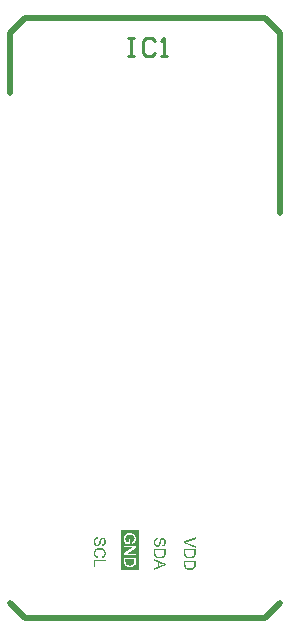
<source format=gto>
G04*
G04 #@! TF.GenerationSoftware,Altium Limited,CircuitMaker,2.2.1 (2.2.1.6)*
G04*
G04 Layer_Color=15132400*
%FSLAX25Y25*%
%MOIN*%
G70*
G04*
G04 #@! TF.SameCoordinates,C44E2A56-7628-4A00-ACF1-40A52C7EA1B0*
G04*
G04*
G04 #@! TF.FilePolarity,Positive*
G04*
G01*
G75*
%ADD10C,0.01968*%
%ADD11C,0.01000*%
G36*
X416920Y231418D02*
X414128Y230419D01*
X414123D01*
X414112Y230414D01*
X414095Y230408D01*
X414073Y230397D01*
X414039Y230391D01*
X414006Y230380D01*
X413923Y230352D01*
X413829Y230319D01*
X413723Y230286D01*
X413501Y230219D01*
X413507D01*
X413518Y230214D01*
X413534Y230208D01*
X413556Y230203D01*
X413618Y230186D01*
X413701Y230158D01*
X413795Y230131D01*
X413901Y230097D01*
X414012Y230058D01*
X414128Y230014D01*
X416920Y228971D01*
Y228454D01*
X413079Y229953D01*
Y230486D01*
X416920Y231973D01*
Y231418D01*
D02*
G37*
G36*
Y226518D02*
X416914Y226418D01*
X416909Y226307D01*
X416898Y226196D01*
X416881Y226085D01*
X416864Y225990D01*
Y225985D01*
X416859Y225974D01*
Y225957D01*
X416848Y225935D01*
X416831Y225874D01*
X416803Y225796D01*
X416764Y225707D01*
X416714Y225613D01*
X416659Y225518D01*
X416587Y225430D01*
X416581Y225424D01*
X416576Y225419D01*
X416559Y225402D01*
X416542Y225380D01*
X416487Y225324D01*
X416409Y225258D01*
X416315Y225185D01*
X416204Y225108D01*
X416076Y225036D01*
X415932Y224975D01*
X415926D01*
X415915Y224969D01*
X415893Y224958D01*
X415860Y224952D01*
X415821Y224936D01*
X415776Y224925D01*
X415727Y224914D01*
X415665Y224897D01*
X415604Y224880D01*
X415532Y224869D01*
X415377Y224841D01*
X415205Y224825D01*
X415016Y224819D01*
X415011D01*
X414999D01*
X414972D01*
X414944D01*
X414905Y224825D01*
X414861D01*
X414755Y224830D01*
X414633Y224847D01*
X414506Y224864D01*
X414372Y224891D01*
X414239Y224925D01*
X414234D01*
X414222Y224930D01*
X414206Y224936D01*
X414184Y224941D01*
X414123Y224963D01*
X414045Y224997D01*
X413956Y225030D01*
X413867Y225075D01*
X413773Y225130D01*
X413684Y225185D01*
X413673Y225191D01*
X413645Y225213D01*
X413607Y225247D01*
X413556Y225291D01*
X413501Y225341D01*
X413446Y225402D01*
X413384Y225463D01*
X413335Y225535D01*
X413329Y225546D01*
X413312Y225568D01*
X413290Y225607D01*
X413262Y225663D01*
X413229Y225729D01*
X413201Y225807D01*
X413168Y225896D01*
X413140Y225996D01*
Y226007D01*
X413135Y226024D01*
X413129Y226040D01*
X413124Y226096D01*
X413112Y226173D01*
X413101Y226262D01*
X413090Y226368D01*
X413085Y226484D01*
X413079Y226612D01*
Y227994D01*
X416920D01*
Y226518D01*
D02*
G37*
G36*
Y222644D02*
X416914Y222544D01*
X416909Y222433D01*
X416898Y222322D01*
X416881Y222211D01*
X416864Y222116D01*
Y222111D01*
X416859Y222100D01*
Y222083D01*
X416848Y222061D01*
X416831Y222000D01*
X416803Y221922D01*
X416764Y221833D01*
X416714Y221739D01*
X416659Y221645D01*
X416587Y221556D01*
X416581Y221550D01*
X416576Y221545D01*
X416559Y221528D01*
X416542Y221506D01*
X416487Y221450D01*
X416409Y221384D01*
X416315Y221312D01*
X416204Y221234D01*
X416076Y221162D01*
X415932Y221101D01*
X415926D01*
X415915Y221095D01*
X415893Y221084D01*
X415860Y221078D01*
X415821Y221062D01*
X415776Y221051D01*
X415727Y221040D01*
X415665Y221023D01*
X415604Y221006D01*
X415532Y220995D01*
X415377Y220968D01*
X415205Y220951D01*
X415016Y220945D01*
X415011D01*
X414999D01*
X414972D01*
X414944D01*
X414905Y220951D01*
X414861D01*
X414755Y220956D01*
X414633Y220973D01*
X414506Y220990D01*
X414372Y221017D01*
X414239Y221051D01*
X414234D01*
X414222Y221056D01*
X414206Y221062D01*
X414184Y221067D01*
X414123Y221090D01*
X414045Y221123D01*
X413956Y221156D01*
X413867Y221201D01*
X413773Y221256D01*
X413684Y221312D01*
X413673Y221317D01*
X413645Y221339D01*
X413607Y221373D01*
X413556Y221417D01*
X413501Y221467D01*
X413446Y221528D01*
X413384Y221589D01*
X413335Y221661D01*
X413329Y221672D01*
X413312Y221694D01*
X413290Y221733D01*
X413262Y221789D01*
X413229Y221855D01*
X413201Y221933D01*
X413168Y222022D01*
X413140Y222122D01*
Y222133D01*
X413135Y222150D01*
X413129Y222166D01*
X413124Y222222D01*
X413112Y222300D01*
X413101Y222388D01*
X413090Y222494D01*
X413085Y222610D01*
X413079Y222738D01*
Y224120D01*
X416920D01*
Y222644D01*
D02*
G37*
G36*
X404356Y231263D02*
X404350D01*
X404345D01*
X404328Y231257D01*
X404306D01*
X404256Y231246D01*
X404184Y231229D01*
X404111Y231207D01*
X404028Y231185D01*
X403951Y231146D01*
X403878Y231107D01*
X403873Y231102D01*
X403851Y231085D01*
X403812Y231057D01*
X403773Y231013D01*
X403723Y230958D01*
X403673Y230896D01*
X403623Y230813D01*
X403579Y230724D01*
Y230719D01*
X403573Y230713D01*
X403568Y230697D01*
X403562Y230680D01*
X403545Y230625D01*
X403523Y230552D01*
X403501Y230464D01*
X403484Y230364D01*
X403473Y230253D01*
X403468Y230131D01*
Y230081D01*
X403473Y230025D01*
X403479Y229959D01*
X403490Y229881D01*
X403501Y229792D01*
X403523Y229703D01*
X403551Y229620D01*
X403556Y229609D01*
X403568Y229581D01*
X403590Y229542D01*
X403612Y229492D01*
X403651Y229442D01*
X403690Y229387D01*
X403734Y229331D01*
X403790Y229287D01*
X403795Y229281D01*
X403817Y229270D01*
X403845Y229254D01*
X403890Y229231D01*
X403934Y229209D01*
X403989Y229193D01*
X404050Y229182D01*
X404117Y229176D01*
X404123D01*
X404150D01*
X404184Y229182D01*
X404228Y229187D01*
X404273Y229204D01*
X404328Y229220D01*
X404384Y229248D01*
X404433Y229287D01*
X404439Y229292D01*
X404456Y229309D01*
X404478Y229331D01*
X404511Y229370D01*
X404544Y229415D01*
X404583Y229476D01*
X404622Y229548D01*
X404655Y229631D01*
X404661Y229637D01*
X404667Y229664D01*
X404683Y229709D01*
X404689Y229736D01*
X404700Y229775D01*
X404716Y229814D01*
X404728Y229864D01*
X404744Y229920D01*
X404761Y229986D01*
X404777Y230053D01*
X404800Y230131D01*
X404822Y230219D01*
X404844Y230314D01*
Y230319D01*
X404850Y230336D01*
X404855Y230364D01*
X404866Y230397D01*
X404877Y230441D01*
X404888Y230491D01*
X404922Y230602D01*
X404961Y230724D01*
X404999Y230852D01*
X405038Y230963D01*
X405061Y231013D01*
X405083Y231057D01*
Y231063D01*
X405088Y231068D01*
X405111Y231102D01*
X405138Y231152D01*
X405183Y231207D01*
X405233Y231274D01*
X405294Y231340D01*
X405366Y231407D01*
X405443Y231463D01*
X405455Y231468D01*
X405482Y231485D01*
X405527Y231507D01*
X405582Y231529D01*
X405654Y231551D01*
X405738Y231574D01*
X405827Y231590D01*
X405921Y231596D01*
X405926D01*
X405932D01*
X405949D01*
X405971D01*
X406026Y231585D01*
X406098Y231574D01*
X406182Y231557D01*
X406276Y231529D01*
X406370Y231490D01*
X406465Y231435D01*
X406470D01*
X406476Y231429D01*
X406509Y231401D01*
X406554Y231363D01*
X406609Y231313D01*
X406670Y231246D01*
X406737Y231163D01*
X406798Y231063D01*
X406853Y230952D01*
Y230946D01*
X406859Y230935D01*
X406864Y230919D01*
X406875Y230896D01*
X406886Y230869D01*
X406898Y230830D01*
X406920Y230747D01*
X406942Y230641D01*
X406964Y230519D01*
X406981Y230391D01*
X406986Y230247D01*
Y230175D01*
X406981Y230136D01*
Y230097D01*
X406970Y229992D01*
X406953Y229875D01*
X406925Y229753D01*
X406892Y229620D01*
X406848Y229498D01*
Y229492D01*
X406842Y229481D01*
X406831Y229465D01*
X406820Y229442D01*
X406792Y229387D01*
X406742Y229315D01*
X406687Y229231D01*
X406615Y229148D01*
X406531Y229070D01*
X406437Y228998D01*
X406431D01*
X406426Y228993D01*
X406409Y228982D01*
X406393Y228971D01*
X406337Y228943D01*
X406265Y228909D01*
X406176Y228871D01*
X406071Y228843D01*
X405960Y228815D01*
X405838Y228804D01*
X405799Y229292D01*
X405804D01*
X405815D01*
X405832Y229298D01*
X405860Y229304D01*
X405921Y229320D01*
X406004Y229342D01*
X406093Y229376D01*
X406182Y229426D01*
X406265Y229487D01*
X406343Y229564D01*
X406348Y229575D01*
X406370Y229603D01*
X406404Y229659D01*
X406437Y229731D01*
X406470Y229825D01*
X406504Y229936D01*
X406526Y230075D01*
X406531Y230230D01*
Y230308D01*
X406526Y230341D01*
X406520Y230386D01*
X406509Y230486D01*
X406487Y230597D01*
X406459Y230708D01*
X406415Y230813D01*
X406387Y230858D01*
X406359Y230902D01*
X406354Y230913D01*
X406331Y230935D01*
X406293Y230969D01*
X406248Y231002D01*
X406187Y231041D01*
X406121Y231074D01*
X406043Y231096D01*
X405954Y231107D01*
X405943D01*
X405921D01*
X405882Y231102D01*
X405838Y231091D01*
X405782Y231074D01*
X405727Y231046D01*
X405671Y231013D01*
X405616Y230963D01*
X405610Y230958D01*
X405593Y230930D01*
X405577Y230908D01*
X405566Y230885D01*
X405549Y230852D01*
X405527Y230813D01*
X405510Y230763D01*
X405488Y230708D01*
X405466Y230647D01*
X405438Y230574D01*
X405416Y230497D01*
X405388Y230408D01*
X405366Y230308D01*
X405338Y230197D01*
Y230192D01*
X405333Y230169D01*
X405327Y230136D01*
X405316Y230097D01*
X405305Y230047D01*
X405288Y229986D01*
X405271Y229925D01*
X405255Y229859D01*
X405216Y229714D01*
X405177Y229575D01*
X405155Y229509D01*
X405133Y229448D01*
X405116Y229392D01*
X405094Y229348D01*
Y229342D01*
X405088Y229331D01*
X405077Y229315D01*
X405066Y229292D01*
X405033Y229231D01*
X404988Y229159D01*
X404927Y229076D01*
X404861Y228993D01*
X404783Y228915D01*
X404700Y228849D01*
X404689Y228843D01*
X404661Y228821D01*
X404611Y228799D01*
X404544Y228765D01*
X404467Y228737D01*
X404372Y228710D01*
X404267Y228693D01*
X404156Y228688D01*
X404150D01*
X404145D01*
X404128D01*
X404106D01*
X404045Y228699D01*
X403967Y228710D01*
X403878Y228732D01*
X403784Y228760D01*
X403684Y228804D01*
X403579Y228865D01*
X403573D01*
X403568Y228871D01*
X403534Y228898D01*
X403484Y228937D01*
X403429Y228993D01*
X403362Y229065D01*
X403290Y229154D01*
X403224Y229254D01*
X403162Y229370D01*
Y229376D01*
X403157Y229387D01*
X403151Y229403D01*
X403140Y229426D01*
X403129Y229459D01*
X403113Y229498D01*
X403090Y229587D01*
X403063Y229692D01*
X403035Y229820D01*
X403018Y229959D01*
X403013Y230108D01*
Y230197D01*
X403018Y230241D01*
Y230292D01*
X403024Y230347D01*
X403029Y230414D01*
X403052Y230552D01*
X403074Y230697D01*
X403113Y230841D01*
X403162Y230980D01*
Y230985D01*
X403168Y230996D01*
X403179Y231013D01*
X403190Y231035D01*
X403224Y231102D01*
X403273Y231179D01*
X403340Y231268D01*
X403418Y231363D01*
X403512Y231451D01*
X403618Y231535D01*
X403623D01*
X403634Y231546D01*
X403651Y231551D01*
X403673Y231568D01*
X403701Y231579D01*
X403734Y231596D01*
X403817Y231635D01*
X403923Y231673D01*
X404039Y231707D01*
X404173Y231729D01*
X404311Y231740D01*
X404356Y231263D01*
D02*
G37*
G36*
X406920Y226512D02*
X406914Y226412D01*
X406909Y226301D01*
X406898Y226190D01*
X406881Y226079D01*
X406864Y225985D01*
Y225979D01*
X406859Y225968D01*
Y225951D01*
X406848Y225929D01*
X406831Y225868D01*
X406803Y225790D01*
X406764Y225702D01*
X406714Y225607D01*
X406659Y225513D01*
X406587Y225424D01*
X406581Y225419D01*
X406576Y225413D01*
X406559Y225396D01*
X406542Y225374D01*
X406487Y225319D01*
X406409Y225252D01*
X406315Y225180D01*
X406204Y225102D01*
X406076Y225030D01*
X405932Y224969D01*
X405926D01*
X405915Y224963D01*
X405893Y224952D01*
X405860Y224947D01*
X405821Y224930D01*
X405777Y224919D01*
X405727Y224908D01*
X405665Y224891D01*
X405605Y224875D01*
X405532Y224864D01*
X405377Y224836D01*
X405205Y224819D01*
X405016Y224814D01*
X405011D01*
X404999D01*
X404972D01*
X404944D01*
X404905Y224819D01*
X404861D01*
X404755Y224825D01*
X404633Y224841D01*
X404506Y224858D01*
X404372Y224886D01*
X404239Y224919D01*
X404234D01*
X404222Y224925D01*
X404206Y224930D01*
X404184Y224936D01*
X404123Y224958D01*
X404045Y224991D01*
X403956Y225025D01*
X403867Y225069D01*
X403773Y225124D01*
X403684Y225180D01*
X403673Y225185D01*
X403645Y225208D01*
X403607Y225241D01*
X403556Y225285D01*
X403501Y225335D01*
X403445Y225396D01*
X403384Y225457D01*
X403335Y225530D01*
X403329Y225541D01*
X403312Y225563D01*
X403290Y225602D01*
X403262Y225657D01*
X403229Y225724D01*
X403201Y225801D01*
X403168Y225890D01*
X403140Y225990D01*
Y226001D01*
X403135Y226018D01*
X403129Y226035D01*
X403124Y226090D01*
X403113Y226168D01*
X403101Y226257D01*
X403090Y226362D01*
X403085Y226479D01*
X403079Y226606D01*
Y227988D01*
X406920D01*
Y226512D01*
D02*
G37*
G36*
Y223071D02*
Y222516D01*
X403079Y220945D01*
Y221522D01*
X404245Y221972D01*
Y223582D01*
X403079Y223998D01*
Y224536D01*
X406920Y223071D01*
D02*
G37*
G36*
X397971Y220945D02*
X392028D01*
Y234269D01*
X397971D01*
Y220945D01*
D02*
G37*
G36*
X384356Y231459D02*
X384350D01*
X384345D01*
X384328Y231453D01*
X384306D01*
X384256Y231442D01*
X384184Y231426D01*
X384112Y231403D01*
X384029Y231381D01*
X383951Y231342D01*
X383879Y231304D01*
X383873Y231298D01*
X383851Y231281D01*
X383812Y231254D01*
X383773Y231209D01*
X383723Y231154D01*
X383673Y231093D01*
X383623Y231009D01*
X383579Y230921D01*
Y230915D01*
X383574Y230909D01*
X383568Y230893D01*
X383562Y230876D01*
X383546Y230821D01*
X383524Y230749D01*
X383501Y230660D01*
X383485Y230560D01*
X383474Y230449D01*
X383468Y230327D01*
Y230277D01*
X383474Y230221D01*
X383479Y230155D01*
X383490Y230077D01*
X383501Y229988D01*
X383524Y229899D01*
X383551Y229816D01*
X383557Y229805D01*
X383568Y229777D01*
X383590Y229738D01*
X383612Y229688D01*
X383651Y229639D01*
X383690Y229583D01*
X383734Y229527D01*
X383790Y229483D01*
X383795Y229478D01*
X383818Y229466D01*
X383845Y229450D01*
X383890Y229428D01*
X383934Y229405D01*
X383990Y229389D01*
X384051Y229378D01*
X384117Y229372D01*
X384123D01*
X384151D01*
X384184Y229378D01*
X384228Y229383D01*
X384273Y229400D01*
X384328Y229416D01*
X384384Y229444D01*
X384434Y229483D01*
X384439Y229489D01*
X384456Y229505D01*
X384478Y229527D01*
X384511Y229566D01*
X384545Y229611D01*
X384584Y229672D01*
X384622Y229744D01*
X384656Y229827D01*
X384661Y229833D01*
X384667Y229860D01*
X384683Y229905D01*
X384689Y229933D01*
X384700Y229972D01*
X384717Y230010D01*
X384728Y230060D01*
X384745Y230116D01*
X384761Y230182D01*
X384778Y230249D01*
X384800Y230327D01*
X384822Y230416D01*
X384844Y230510D01*
Y230515D01*
X384850Y230532D01*
X384856Y230560D01*
X384867Y230593D01*
X384878Y230638D01*
X384889Y230687D01*
X384922Y230798D01*
X384961Y230921D01*
X385000Y231048D01*
X385039Y231159D01*
X385061Y231209D01*
X385083Y231254D01*
Y231259D01*
X385089Y231265D01*
X385111Y231298D01*
X385139Y231348D01*
X385183Y231403D01*
X385233Y231470D01*
X385294Y231537D01*
X385366Y231603D01*
X385444Y231659D01*
X385455Y231664D01*
X385483Y231681D01*
X385527Y231703D01*
X385583Y231725D01*
X385655Y231748D01*
X385738Y231770D01*
X385827Y231786D01*
X385921Y231792D01*
X385927D01*
X385932D01*
X385949D01*
X385971D01*
X386027Y231781D01*
X386099Y231770D01*
X386182Y231753D01*
X386276Y231725D01*
X386371Y231686D01*
X386465Y231631D01*
X386471D01*
X386476Y231625D01*
X386509Y231598D01*
X386554Y231559D01*
X386609Y231509D01*
X386670Y231442D01*
X386737Y231359D01*
X386798Y231259D01*
X386854Y231148D01*
Y231142D01*
X386859Y231131D01*
X386865Y231115D01*
X386876Y231093D01*
X386887Y231065D01*
X386898Y231026D01*
X386920Y230943D01*
X386942Y230837D01*
X386965Y230715D01*
X386981Y230588D01*
X386987Y230443D01*
Y230371D01*
X386981Y230332D01*
Y230293D01*
X386970Y230188D01*
X386953Y230071D01*
X386926Y229949D01*
X386892Y229816D01*
X386848Y229694D01*
Y229688D01*
X386842Y229677D01*
X386831Y229661D01*
X386820Y229639D01*
X386792Y229583D01*
X386742Y229511D01*
X386687Y229428D01*
X386615Y229344D01*
X386532Y229267D01*
X386437Y229194D01*
X386432D01*
X386426Y229189D01*
X386409Y229178D01*
X386393Y229167D01*
X386337Y229139D01*
X386265Y229106D01*
X386176Y229067D01*
X386071Y229039D01*
X385960Y229011D01*
X385838Y229000D01*
X385799Y229489D01*
X385805D01*
X385816D01*
X385832Y229494D01*
X385860Y229500D01*
X385921Y229516D01*
X386004Y229539D01*
X386093Y229572D01*
X386182Y229622D01*
X386265Y229683D01*
X386343Y229761D01*
X386349Y229772D01*
X386371Y229799D01*
X386404Y229855D01*
X386437Y229927D01*
X386471Y230021D01*
X386504Y230132D01*
X386526Y230271D01*
X386532Y230427D01*
Y230504D01*
X386526Y230538D01*
X386521Y230582D01*
X386509Y230682D01*
X386487Y230793D01*
X386459Y230904D01*
X386415Y231009D01*
X386387Y231054D01*
X386360Y231098D01*
X386354Y231109D01*
X386332Y231131D01*
X386293Y231165D01*
X386249Y231198D01*
X386188Y231237D01*
X386121Y231270D01*
X386043Y231292D01*
X385954Y231304D01*
X385943D01*
X385921D01*
X385882Y231298D01*
X385838Y231287D01*
X385782Y231270D01*
X385727Y231242D01*
X385671Y231209D01*
X385616Y231159D01*
X385610Y231154D01*
X385594Y231126D01*
X385577Y231104D01*
X385566Y231082D01*
X385549Y231048D01*
X385527Y231009D01*
X385510Y230959D01*
X385488Y230904D01*
X385466Y230843D01*
X385438Y230771D01*
X385416Y230693D01*
X385388Y230604D01*
X385366Y230504D01*
X385338Y230393D01*
Y230388D01*
X385333Y230365D01*
X385327Y230332D01*
X385316Y230293D01*
X385305Y230243D01*
X385288Y230182D01*
X385272Y230121D01*
X385255Y230055D01*
X385216Y229910D01*
X385177Y229772D01*
X385155Y229705D01*
X385133Y229644D01*
X385116Y229589D01*
X385094Y229544D01*
Y229539D01*
X385089Y229527D01*
X385078Y229511D01*
X385066Y229489D01*
X385033Y229428D01*
X384989Y229355D01*
X384928Y229272D01*
X384861Y229189D01*
X384783Y229111D01*
X384700Y229045D01*
X384689Y229039D01*
X384661Y229017D01*
X384611Y228995D01*
X384545Y228961D01*
X384467Y228934D01*
X384373Y228906D01*
X384267Y228889D01*
X384156Y228884D01*
X384151D01*
X384145D01*
X384128D01*
X384106D01*
X384045Y228895D01*
X383967Y228906D01*
X383879Y228928D01*
X383784Y228956D01*
X383684Y229000D01*
X383579Y229061D01*
X383574D01*
X383568Y229067D01*
X383535Y229095D01*
X383485Y229133D01*
X383429Y229189D01*
X383363Y229261D01*
X383290Y229350D01*
X383224Y229450D01*
X383163Y229566D01*
Y229572D01*
X383157Y229583D01*
X383152Y229600D01*
X383141Y229622D01*
X383130Y229655D01*
X383113Y229694D01*
X383091Y229783D01*
X383063Y229888D01*
X383035Y230016D01*
X383018Y230155D01*
X383013Y230305D01*
Y230393D01*
X383018Y230438D01*
Y230488D01*
X383024Y230543D01*
X383030Y230610D01*
X383052Y230749D01*
X383074Y230893D01*
X383113Y231037D01*
X383163Y231176D01*
Y231181D01*
X383168Y231192D01*
X383179Y231209D01*
X383190Y231231D01*
X383224Y231298D01*
X383274Y231376D01*
X383340Y231464D01*
X383418Y231559D01*
X383512Y231648D01*
X383618Y231731D01*
X383623D01*
X383634Y231742D01*
X383651Y231748D01*
X383673Y231764D01*
X383701Y231775D01*
X383734Y231792D01*
X383818Y231831D01*
X383923Y231870D01*
X384040Y231903D01*
X384173Y231925D01*
X384312Y231936D01*
X384356Y231459D01*
D02*
G37*
G36*
X385127Y228329D02*
X385183D01*
X385239Y228323D01*
X385311Y228318D01*
X385383Y228307D01*
X385544Y228279D01*
X385721Y228240D01*
X385899Y228184D01*
X386071Y228107D01*
X386076Y228101D01*
X386093Y228096D01*
X386115Y228084D01*
X386143Y228062D01*
X386182Y228040D01*
X386226Y228012D01*
X386326Y227940D01*
X386437Y227846D01*
X386548Y227735D01*
X386659Y227607D01*
X386754Y227457D01*
X386759Y227452D01*
X386765Y227435D01*
X386776Y227413D01*
X386792Y227385D01*
X386809Y227341D01*
X386826Y227296D01*
X386848Y227241D01*
X386870Y227180D01*
X386892Y227113D01*
X386915Y227041D01*
X386948Y226886D01*
X386976Y226708D01*
X386987Y226525D01*
Y226469D01*
X386981Y226431D01*
X386976Y226381D01*
X386970Y226320D01*
X386965Y226258D01*
X386948Y226186D01*
X386915Y226037D01*
X386865Y225870D01*
X386831Y225787D01*
X386792Y225709D01*
X386742Y225631D01*
X386693Y225554D01*
X386687Y225548D01*
X386682Y225537D01*
X386665Y225515D01*
X386637Y225487D01*
X386609Y225459D01*
X386571Y225420D01*
X386526Y225382D01*
X386482Y225337D01*
X386426Y225293D01*
X386360Y225248D01*
X386293Y225199D01*
X386221Y225154D01*
X386138Y225115D01*
X386054Y225071D01*
X385965Y225038D01*
X385866Y225004D01*
X385749Y225504D01*
X385755D01*
X385766Y225509D01*
X385788Y225520D01*
X385816Y225532D01*
X385849Y225543D01*
X385893Y225559D01*
X385982Y225604D01*
X386082Y225659D01*
X386182Y225726D01*
X386276Y225809D01*
X386360Y225898D01*
X386371Y225909D01*
X386393Y225942D01*
X386421Y225998D01*
X386459Y226070D01*
X386493Y226164D01*
X386526Y226270D01*
X386548Y226397D01*
X386554Y226536D01*
Y226580D01*
X386548Y226608D01*
Y226647D01*
X386543Y226691D01*
X386526Y226797D01*
X386504Y226913D01*
X386465Y227035D01*
X386409Y227163D01*
X386337Y227280D01*
Y227285D01*
X386326Y227291D01*
X386298Y227330D01*
X386254Y227380D01*
X386188Y227441D01*
X386104Y227513D01*
X386010Y227579D01*
X385893Y227641D01*
X385766Y227696D01*
X385760D01*
X385749Y227701D01*
X385732Y227707D01*
X385705Y227713D01*
X385671Y227724D01*
X385632Y227735D01*
X385538Y227751D01*
X385427Y227774D01*
X385305Y227796D01*
X385172Y227807D01*
X385028Y227813D01*
X385022D01*
X385005D01*
X384978D01*
X384944D01*
X384906Y227807D01*
X384856D01*
X384800Y227801D01*
X384739Y227796D01*
X384606Y227779D01*
X384461Y227751D01*
X384317Y227718D01*
X384173Y227674D01*
X384167D01*
X384156Y227668D01*
X384140Y227657D01*
X384112Y227646D01*
X384045Y227613D01*
X383967Y227563D01*
X383879Y227502D01*
X383784Y227424D01*
X383701Y227335D01*
X383623Y227230D01*
Y227224D01*
X383618Y227213D01*
X383607Y227197D01*
X383596Y227174D01*
X383585Y227147D01*
X383568Y227113D01*
X383535Y227035D01*
X383501Y226936D01*
X383474Y226825D01*
X383451Y226702D01*
X383446Y226575D01*
Y226536D01*
X383451Y226503D01*
Y226464D01*
X383457Y226425D01*
X383479Y226325D01*
X383507Y226209D01*
X383551Y226092D01*
X383612Y225970D01*
X383646Y225909D01*
X383690Y225853D01*
X383696Y225848D01*
X383701Y225842D01*
X383718Y225826D01*
X383734Y225803D01*
X383762Y225781D01*
X383795Y225753D01*
X383829Y225720D01*
X383873Y225692D01*
X383923Y225659D01*
X383979Y225620D01*
X384034Y225587D01*
X384101Y225554D01*
X384173Y225526D01*
X384251Y225498D01*
X384334Y225470D01*
X384423Y225448D01*
X384295Y224938D01*
X384289D01*
X384267Y224943D01*
X384234Y224954D01*
X384190Y224971D01*
X384140Y224988D01*
X384079Y225010D01*
X384012Y225038D01*
X383940Y225071D01*
X383784Y225149D01*
X383629Y225248D01*
X383551Y225309D01*
X383474Y225371D01*
X383407Y225437D01*
X383340Y225515D01*
X383335Y225520D01*
X383324Y225532D01*
X383313Y225559D01*
X383290Y225587D01*
X383263Y225631D01*
X383235Y225676D01*
X383207Y225737D01*
X383179Y225798D01*
X383146Y225870D01*
X383118Y225948D01*
X383091Y226031D01*
X383063Y226120D01*
X383041Y226214D01*
X383030Y226314D01*
X383018Y226419D01*
X383013Y226531D01*
Y226591D01*
X383018Y226636D01*
Y226686D01*
X383024Y226747D01*
X383035Y226814D01*
X383046Y226891D01*
X383074Y227052D01*
X383118Y227219D01*
X383179Y227385D01*
X383218Y227463D01*
X383263Y227541D01*
X383268Y227546D01*
X383274Y227557D01*
X383290Y227579D01*
X383313Y227602D01*
X383335Y227635D01*
X383368Y227674D01*
X383407Y227718D01*
X383451Y227763D01*
X383501Y227807D01*
X383551Y227857D01*
X383679Y227957D01*
X383829Y228051D01*
X383995Y228134D01*
X384001D01*
X384017Y228146D01*
X384045Y228151D01*
X384079Y228168D01*
X384123Y228179D01*
X384178Y228196D01*
X384240Y228218D01*
X384306Y228234D01*
X384378Y228251D01*
X384461Y228273D01*
X384633Y228301D01*
X384828Y228323D01*
X385028Y228334D01*
X385033D01*
X385055D01*
X385089D01*
X385127Y228329D01*
D02*
G37*
G36*
X386920Y223822D02*
X383535D01*
Y221930D01*
X383080D01*
Y224333D01*
X386920D01*
Y223822D01*
D02*
G37*
%LPC*%
G36*
X416465Y227483D02*
X413534D01*
Y226573D01*
X413540Y226534D01*
X413545Y226451D01*
X413551Y226357D01*
X413562Y226257D01*
X413579Y226157D01*
X413601Y226074D01*
X413607Y226062D01*
X413612Y226035D01*
X413629Y225996D01*
X413651Y225946D01*
X413684Y225890D01*
X413718Y225835D01*
X413756Y225779D01*
X413801Y225724D01*
X413812Y225718D01*
X413834Y225696D01*
X413873Y225663D01*
X413928Y225624D01*
X414001Y225580D01*
X414084Y225530D01*
X414178Y225485D01*
X414284Y225446D01*
X414289D01*
X414300Y225441D01*
X414317Y225435D01*
X414339Y225430D01*
X414367Y225424D01*
X414406Y225413D01*
X414444Y225402D01*
X414489Y225391D01*
X414600Y225374D01*
X414728Y225358D01*
X414872Y225346D01*
X415027Y225341D01*
X415033D01*
X415055D01*
X415083D01*
X415127Y225346D01*
X415177D01*
X415233Y225352D01*
X415299Y225358D01*
X415366Y225363D01*
X415516Y225391D01*
X415671Y225424D01*
X415815Y225474D01*
X415887Y225507D01*
X415949Y225541D01*
X415954D01*
X415965Y225552D01*
X415982Y225563D01*
X416004Y225574D01*
X416060Y225618D01*
X416126Y225674D01*
X416198Y225746D01*
X416270Y225829D01*
X416331Y225924D01*
X416382Y226024D01*
X416387Y226035D01*
X416393Y226062D01*
X416409Y226112D01*
X416426Y226185D01*
X416437Y226273D01*
X416454Y226384D01*
X416459Y226451D01*
Y226523D01*
X416465Y226595D01*
Y227483D01*
D02*
G37*
G36*
Y223609D02*
X413534D01*
Y222699D01*
X413540Y222660D01*
X413545Y222577D01*
X413551Y222483D01*
X413562Y222383D01*
X413579Y222283D01*
X413601Y222200D01*
X413607Y222188D01*
X413612Y222161D01*
X413629Y222122D01*
X413651Y222072D01*
X413684Y222016D01*
X413718Y221961D01*
X413756Y221905D01*
X413801Y221850D01*
X413812Y221844D01*
X413834Y221822D01*
X413873Y221789D01*
X413928Y221750D01*
X414001Y221706D01*
X414084Y221656D01*
X414178Y221611D01*
X414284Y221572D01*
X414289D01*
X414300Y221567D01*
X414317Y221561D01*
X414339Y221556D01*
X414367Y221550D01*
X414406Y221539D01*
X414444Y221528D01*
X414489Y221517D01*
X414600Y221500D01*
X414728Y221484D01*
X414872Y221473D01*
X415027Y221467D01*
X415033D01*
X415055D01*
X415083D01*
X415127Y221473D01*
X415177D01*
X415233Y221478D01*
X415299Y221484D01*
X415366Y221489D01*
X415516Y221517D01*
X415671Y221550D01*
X415815Y221600D01*
X415887Y221634D01*
X415949Y221667D01*
X415954D01*
X415965Y221678D01*
X415982Y221689D01*
X416004Y221700D01*
X416060Y221744D01*
X416126Y221800D01*
X416198Y221872D01*
X416270Y221955D01*
X416331Y222050D01*
X416382Y222150D01*
X416387Y222161D01*
X416393Y222188D01*
X416409Y222238D01*
X416426Y222311D01*
X416437Y222399D01*
X416454Y222510D01*
X416459Y222577D01*
Y222649D01*
X416465Y222721D01*
Y223609D01*
D02*
G37*
G36*
X406465Y227478D02*
X403534D01*
Y226567D01*
X403540Y226529D01*
X403545Y226445D01*
X403551Y226351D01*
X403562Y226251D01*
X403579Y226151D01*
X403601Y226068D01*
X403607Y226057D01*
X403612Y226029D01*
X403629Y225990D01*
X403651Y225940D01*
X403684Y225885D01*
X403718Y225829D01*
X403756Y225774D01*
X403801Y225718D01*
X403812Y225713D01*
X403834Y225691D01*
X403873Y225657D01*
X403928Y225618D01*
X404001Y225574D01*
X404084Y225524D01*
X404178Y225480D01*
X404284Y225441D01*
X404289D01*
X404300Y225435D01*
X404317Y225430D01*
X404339Y225424D01*
X404367Y225419D01*
X404406Y225408D01*
X404445Y225396D01*
X404489Y225385D01*
X404600Y225369D01*
X404728Y225352D01*
X404872Y225341D01*
X405027Y225335D01*
X405033D01*
X405055D01*
X405083D01*
X405127Y225341D01*
X405177D01*
X405233Y225346D01*
X405299Y225352D01*
X405366Y225358D01*
X405516Y225385D01*
X405671Y225419D01*
X405815Y225468D01*
X405888Y225502D01*
X405949Y225535D01*
X405954D01*
X405965Y225546D01*
X405982Y225557D01*
X406004Y225568D01*
X406060Y225613D01*
X406126Y225668D01*
X406198Y225741D01*
X406271Y225824D01*
X406331Y225918D01*
X406382Y226018D01*
X406387Y226029D01*
X406393Y226057D01*
X406409Y226107D01*
X406426Y226179D01*
X406437Y226268D01*
X406454Y226379D01*
X406459Y226445D01*
Y226518D01*
X406465Y226590D01*
Y227478D01*
D02*
G37*
G36*
X404661Y223432D02*
Y222133D01*
X405716Y222533D01*
X405721D01*
X405738Y222538D01*
X405765Y222549D01*
X405799Y222560D01*
X405838Y222577D01*
X405888Y222594D01*
X405943Y222610D01*
X405999Y222633D01*
X406126Y222677D01*
X406259Y222721D01*
X406393Y222766D01*
X406520Y222804D01*
X406515D01*
X406504Y222810D01*
X406481D01*
X406459Y222821D01*
X406420Y222827D01*
X406382Y222838D01*
X406287Y222860D01*
X406176Y222888D01*
X406054Y222927D01*
X405921Y222966D01*
X405782Y223015D01*
X404661Y223432D01*
D02*
G37*
G36*
X396987Y233285D02*
X393013D01*
X394977D01*
X394772Y233274D01*
X394578Y233246D01*
X394489Y233229D01*
X394406Y233213D01*
X394323Y233190D01*
X394250Y233168D01*
X394184Y233146D01*
X394128Y233124D01*
X394073Y233107D01*
X394034Y233091D01*
X393995Y233074D01*
X393973Y233063D01*
X393956Y233052D01*
X393951D01*
X393790Y232952D01*
X393651Y232841D01*
X393529Y232724D01*
X393429Y232613D01*
X393351Y232508D01*
X393324Y232469D01*
X393296Y232430D01*
X393279Y232397D01*
X393263Y232375D01*
X393257Y232358D01*
X393251Y232352D01*
X393207Y232264D01*
X393174Y232175D01*
X393113Y231997D01*
X393074Y231825D01*
X393040Y231664D01*
X393035Y231592D01*
X393024Y231525D01*
X393018Y231464D01*
Y231415D01*
X393013Y231376D01*
Y231420D01*
Y231320D01*
X393018Y231165D01*
X393035Y231015D01*
X393063Y230876D01*
X393091Y230754D01*
X393102Y230704D01*
X393113Y230654D01*
X393129Y230610D01*
X393140Y230571D01*
X393151Y230543D01*
X393157Y230521D01*
X393163Y230510D01*
Y230504D01*
X393224Y230354D01*
X393296Y230216D01*
X393373Y230083D01*
X393446Y229966D01*
X393479Y229916D01*
X393512Y229866D01*
X393540Y229827D01*
X393562Y229794D01*
X393584Y229766D01*
X393601Y229744D01*
X393607Y229733D01*
X393612Y229727D01*
X393013D01*
X396987D01*
X395039D01*
Y231359D01*
X394583D01*
Y230227D01*
X393862D01*
X393806Y230293D01*
X393757Y230371D01*
X393712Y230454D01*
X393673Y230532D01*
X393640Y230599D01*
X393612Y230660D01*
X393601Y230682D01*
X393596Y230693D01*
X393590Y230704D01*
Y230710D01*
X393551Y230826D01*
X393518Y230943D01*
X393496Y231048D01*
X393484Y231148D01*
X393473Y231231D01*
Y231265D01*
X393468Y231298D01*
Y231353D01*
X393473Y231492D01*
X393496Y231625D01*
X393523Y231748D01*
X393551Y231858D01*
X393584Y231947D01*
X393596Y231986D01*
X393607Y232014D01*
X393618Y232042D01*
X393629Y232058D01*
X393634Y232069D01*
Y232075D01*
X393706Y232191D01*
X393784Y232297D01*
X393867Y232386D01*
X393951Y232458D01*
X394028Y232519D01*
X394090Y232558D01*
X394112Y232574D01*
X394128Y232580D01*
X394139Y232591D01*
X394145D01*
X394284Y232647D01*
X394428Y232691D01*
X394572Y232719D01*
X394711Y232741D01*
X394772Y232747D01*
X394828Y232752D01*
X394883Y232758D01*
X394928D01*
X394961Y232763D01*
X394989D01*
X395005D01*
X395011D01*
X395166Y232758D01*
X395305Y232741D01*
X395438Y232719D01*
X395555Y232691D01*
X395605Y232680D01*
X395649Y232663D01*
X395688Y232652D01*
X395721Y232641D01*
X395749Y232630D01*
X395766Y232624D01*
X395777Y232619D01*
X395782D01*
X395860Y232580D01*
X395932Y232541D01*
X395999Y232502D01*
X396054Y232463D01*
X396099Y232430D01*
X396137Y232402D01*
X396160Y232380D01*
X396165Y232375D01*
X396226Y232314D01*
X396282Y232247D01*
X396326Y232175D01*
X396371Y232108D01*
X396398Y232053D01*
X396426Y232008D01*
X396437Y231975D01*
X396443Y231964D01*
X396481Y231864D01*
X396509Y231764D01*
X396526Y231659D01*
X396543Y231564D01*
X396548Y231481D01*
Y231448D01*
X396554Y231420D01*
Y231359D01*
X396548Y231254D01*
X396537Y231154D01*
X396520Y231065D01*
X396504Y230987D01*
X396481Y230921D01*
X396465Y230871D01*
X396454Y230843D01*
X396448Y230832D01*
X396409Y230749D01*
X396365Y230676D01*
X396321Y230610D01*
X396276Y230560D01*
X396237Y230521D01*
X396210Y230488D01*
X396187Y230471D01*
X396182Y230465D01*
X396115Y230416D01*
X396038Y230377D01*
X395965Y230338D01*
X395888Y230305D01*
X395821Y230282D01*
X395771Y230266D01*
X395749Y230260D01*
X395732Y230255D01*
X395727Y230249D01*
X395721D01*
X395843Y229788D01*
X395982Y229827D01*
X396104Y229877D01*
X396215Y229927D01*
X396304Y229972D01*
X396376Y230016D01*
X396426Y230049D01*
X396459Y230071D01*
X396470Y230083D01*
X396559Y230160D01*
X396631Y230243D01*
X396698Y230332D01*
X396754Y230416D01*
X396792Y230493D01*
X396826Y230554D01*
X396837Y230576D01*
X396842Y230593D01*
X396848Y230604D01*
Y230610D01*
X396892Y230737D01*
X396925Y230871D01*
X396953Y230993D01*
X396970Y231109D01*
X396981Y231215D01*
Y231259D01*
X396987Y231292D01*
Y231470D01*
X396975Y231570D01*
X396948Y231764D01*
X396931Y231853D01*
X396909Y231936D01*
X396892Y232014D01*
X396870Y232086D01*
X396848Y232153D01*
X396826Y232208D01*
X396803Y232258D01*
X396787Y232302D01*
X396770Y232336D01*
X396759Y232358D01*
X396754Y232375D01*
X396748Y232380D01*
X396698Y232458D01*
X396648Y232536D01*
X396532Y232669D01*
X396415Y232785D01*
X396293Y232880D01*
X396187Y232957D01*
X396143Y232985D01*
X396099Y233007D01*
X396065Y233030D01*
X396043Y233041D01*
X396026Y233046D01*
X396021Y233052D01*
X395838Y233129D01*
X395655Y233185D01*
X395477Y233229D01*
X395394Y233240D01*
X395316Y233257D01*
X395244Y233263D01*
X395183Y233274D01*
X395122Y233279D01*
X395072D01*
X395033Y233285D01*
X396987D01*
D02*
G37*
G36*
X396920Y228984D02*
X393079D01*
Y228495D01*
X396093D01*
X393079Y226486D01*
Y225959D01*
X396920D01*
Y228984D01*
D02*
G37*
G36*
Y225104D02*
X393079D01*
Y223722D01*
X393085Y223594D01*
X393091Y223478D01*
X393102Y223373D01*
X393113Y223284D01*
X393124Y223206D01*
X393129Y223150D01*
X393135Y223134D01*
X393140Y223117D01*
Y223106D01*
X393168Y223006D01*
X393201Y222917D01*
X393229Y222840D01*
X393263Y222773D01*
X393290Y222718D01*
X393313Y222679D01*
X393329Y222657D01*
X393335Y222645D01*
X393385Y222573D01*
X393446Y222512D01*
X393501Y222451D01*
X393557Y222401D01*
X393607Y222357D01*
X393646Y222324D01*
X393673Y222301D01*
X393684Y222296D01*
X393773Y222240D01*
X393867Y222185D01*
X393956Y222140D01*
X394045Y222107D01*
X394123Y222074D01*
X394184Y222052D01*
X394206Y222046D01*
X394223Y222041D01*
X394234Y222035D01*
X394239D01*
X394373Y222002D01*
X394506Y221974D01*
X394633Y221957D01*
X394756Y221941D01*
X394861Y221935D01*
X394905D01*
X394944Y221930D01*
X393079D01*
X395016D01*
X395205Y221935D01*
X395377Y221952D01*
X395532Y221979D01*
X395605Y221991D01*
X395666Y222007D01*
X395727Y222024D01*
X395777Y222035D01*
X395821Y222046D01*
X395860Y222063D01*
X395893Y222068D01*
X395915Y222079D01*
X395926Y222085D01*
X395932D01*
X396076Y222146D01*
X396204Y222218D01*
X396315Y222296D01*
X396409Y222368D01*
X396487Y222435D01*
X396543Y222490D01*
X396559Y222512D01*
X396576Y222529D01*
X396581Y222534D01*
X396587Y222540D01*
X396659Y222629D01*
X396715Y222723D01*
X396765Y222817D01*
X396803Y222906D01*
X396831Y222984D01*
X396848Y223045D01*
X396859Y223067D01*
Y223084D01*
X396865Y223095D01*
Y223101D01*
X396881Y223195D01*
X396898Y223306D01*
X396909Y223417D01*
X396914Y223528D01*
X396920Y223628D01*
Y222462D01*
Y225104D01*
D02*
G37*
%LPD*%
G36*
Y226447D02*
X393901D01*
X396920Y228462D01*
Y226447D01*
D02*
G37*
G36*
X396465Y223706D02*
X396459Y223633D01*
Y223561D01*
X396454Y223495D01*
X396437Y223384D01*
X396426Y223295D01*
X396409Y223223D01*
X396393Y223173D01*
X396387Y223145D01*
X396382Y223134D01*
X396332Y223034D01*
X396271Y222940D01*
X396199Y222856D01*
X396126Y222784D01*
X396060Y222729D01*
X396004Y222684D01*
X395982Y222673D01*
X395965Y222662D01*
X395954Y222651D01*
X395949D01*
X395888Y222618D01*
X395815Y222584D01*
X395671Y222534D01*
X395516Y222501D01*
X395366Y222473D01*
X395299Y222468D01*
X395233Y222462D01*
X395177Y222457D01*
X395127D01*
X395083Y222451D01*
X395055D01*
X395033D01*
X395027D01*
X394872Y222457D01*
X394728Y222468D01*
X394600Y222484D01*
X394489Y222501D01*
X394445Y222512D01*
X394406Y222523D01*
X394367Y222534D01*
X394339Y222540D01*
X394317Y222546D01*
X394300Y222551D01*
X394289Y222557D01*
X394284D01*
X394178Y222596D01*
X394084Y222640D01*
X394001Y222690D01*
X393929Y222734D01*
X393873Y222773D01*
X393834Y222806D01*
X393812Y222829D01*
X393801Y222834D01*
X393757Y222890D01*
X393718Y222945D01*
X393684Y223001D01*
X393651Y223056D01*
X393629Y223106D01*
X393612Y223145D01*
X393607Y223173D01*
X393601Y223184D01*
X393579Y223267D01*
X393562Y223367D01*
X393551Y223467D01*
X393546Y223561D01*
X393540Y223644D01*
X393534Y223683D01*
Y224593D01*
X396465D01*
Y223706D01*
D02*
G37*
D10*
X370000Y205000D02*
X430000D01*
X355000Y380000D02*
Y385000D01*
X360000Y205000D02*
X370000D01*
X355000Y210000D02*
X360000Y205000D01*
X430000D02*
X440000D01*
X445000Y210000D01*
X355000Y385000D02*
Y400000D01*
X445000Y340000D02*
Y400000D01*
X360000Y405000D02*
X370000D01*
X440000D01*
X355000Y400000D02*
X360000Y405000D01*
X440000D02*
X445000Y400000D01*
D11*
X394289Y398275D02*
X396289D01*
X395289D01*
Y392277D01*
X394289D01*
X396289D01*
X403287Y397275D02*
X402287Y398275D01*
X400288D01*
X399288Y397275D01*
Y393276D01*
X400288Y392277D01*
X402287D01*
X403287Y393276D01*
X405286Y392277D02*
X407285D01*
X406286D01*
Y398275D01*
X405286Y397275D01*
M02*

</source>
